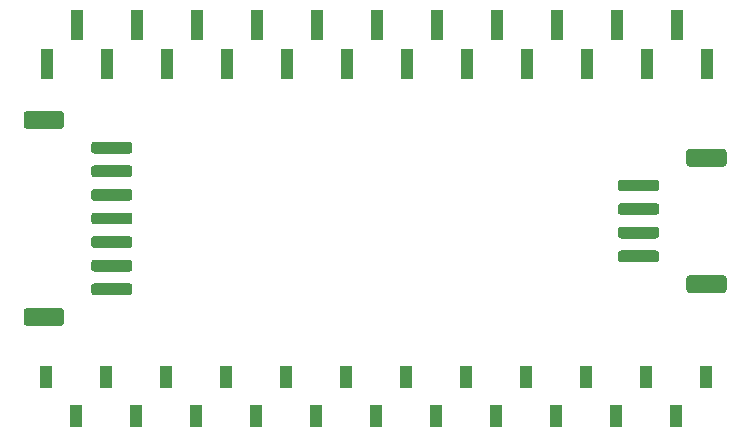
<source format=gbr>
%TF.GenerationSoftware,KiCad,Pcbnew,(5.1.10-1-10_14)*%
%TF.CreationDate,2021-06-10T15:38:12+08:00*%
%TF.ProjectId,ultrasonic,756c7472-6173-46f6-9e69-632e6b696361,rev?*%
%TF.SameCoordinates,Original*%
%TF.FileFunction,Paste,Top*%
%TF.FilePolarity,Positive*%
%FSLAX46Y46*%
G04 Gerber Fmt 4.6, Leading zero omitted, Abs format (unit mm)*
G04 Created by KiCad (PCBNEW (5.1.10-1-10_14)) date 2021-06-10 15:38:12*
%MOMM*%
%LPD*%
G01*
G04 APERTURE LIST*
%ADD10R,1.000000X1.900000*%
%ADD11R,1.000000X2.510000*%
G04 APERTURE END LIST*
D10*
%TO.C,J1*%
X108440000Y-124850000D03*
X103360000Y-124850000D03*
X98280000Y-124850000D03*
X93200000Y-124850000D03*
X88120000Y-124850000D03*
X83040000Y-124850000D03*
X77960000Y-124850000D03*
X72880000Y-124850000D03*
X67800000Y-124850000D03*
X62720000Y-124850000D03*
X57640000Y-124850000D03*
X52560000Y-124850000D03*
X105900000Y-128150000D03*
X100820000Y-128150000D03*
X95740000Y-128150000D03*
X90660000Y-128150000D03*
X85580000Y-128150000D03*
X80500000Y-128150000D03*
X75420000Y-128150000D03*
X70340000Y-128150000D03*
X65260000Y-128150000D03*
X60180000Y-128150000D03*
X55100000Y-128150000D03*
%TD*%
D11*
%TO.C,J2*%
X106000000Y-95045000D03*
X100920000Y-95045000D03*
X95840000Y-95045000D03*
X90760000Y-95045000D03*
X85680000Y-95045000D03*
X80600000Y-95045000D03*
X75520000Y-95045000D03*
X70440000Y-95045000D03*
X65360000Y-95045000D03*
X60280000Y-95045000D03*
X55200000Y-95045000D03*
X108540000Y-98355000D03*
X103460000Y-98355000D03*
X98380000Y-98355000D03*
X93300000Y-98355000D03*
X88220000Y-98355000D03*
X83140000Y-98355000D03*
X78060000Y-98355000D03*
X72980000Y-98355000D03*
X67900000Y-98355000D03*
X62820000Y-98355000D03*
X57740000Y-98355000D03*
X52660000Y-98355000D03*
%TD*%
%TO.C,J5*%
G36*
G01*
X109950000Y-107000000D02*
X107050000Y-107000000D01*
G75*
G02*
X106800000Y-106750000I0J250000D01*
G01*
X106800000Y-105750000D01*
G75*
G02*
X107050000Y-105500000I250000J0D01*
G01*
X109950000Y-105500000D01*
G75*
G02*
X110200000Y-105750000I0J-250000D01*
G01*
X110200000Y-106750000D01*
G75*
G02*
X109950000Y-107000000I-250000J0D01*
G01*
G37*
G36*
G01*
X109950000Y-117700000D02*
X107050000Y-117700000D01*
G75*
G02*
X106800000Y-117450000I0J250000D01*
G01*
X106800000Y-116450000D01*
G75*
G02*
X107050000Y-116200000I250000J0D01*
G01*
X109950000Y-116200000D01*
G75*
G02*
X110200000Y-116450000I0J-250000D01*
G01*
X110200000Y-117450000D01*
G75*
G02*
X109950000Y-117700000I-250000J0D01*
G01*
G37*
G36*
G01*
X104250000Y-109100000D02*
X101250000Y-109100000D01*
G75*
G02*
X101000000Y-108850000I0J250000D01*
G01*
X101000000Y-108350000D01*
G75*
G02*
X101250000Y-108100000I250000J0D01*
G01*
X104250000Y-108100000D01*
G75*
G02*
X104500000Y-108350000I0J-250000D01*
G01*
X104500000Y-108850000D01*
G75*
G02*
X104250000Y-109100000I-250000J0D01*
G01*
G37*
G36*
G01*
X104250000Y-111100000D02*
X101250000Y-111100000D01*
G75*
G02*
X101000000Y-110850000I0J250000D01*
G01*
X101000000Y-110350000D01*
G75*
G02*
X101250000Y-110100000I250000J0D01*
G01*
X104250000Y-110100000D01*
G75*
G02*
X104500000Y-110350000I0J-250000D01*
G01*
X104500000Y-110850000D01*
G75*
G02*
X104250000Y-111100000I-250000J0D01*
G01*
G37*
G36*
G01*
X104250000Y-113100000D02*
X101250000Y-113100000D01*
G75*
G02*
X101000000Y-112850000I0J250000D01*
G01*
X101000000Y-112350000D01*
G75*
G02*
X101250000Y-112100000I250000J0D01*
G01*
X104250000Y-112100000D01*
G75*
G02*
X104500000Y-112350000I0J-250000D01*
G01*
X104500000Y-112850000D01*
G75*
G02*
X104250000Y-113100000I-250000J0D01*
G01*
G37*
G36*
G01*
X104250000Y-115100000D02*
X101250000Y-115100000D01*
G75*
G02*
X101000000Y-114850000I0J250000D01*
G01*
X101000000Y-114350000D01*
G75*
G02*
X101250000Y-114100000I250000J0D01*
G01*
X104250000Y-114100000D01*
G75*
G02*
X104500000Y-114350000I0J-250000D01*
G01*
X104500000Y-114850000D01*
G75*
G02*
X104250000Y-115100000I-250000J0D01*
G01*
G37*
%TD*%
%TO.C,J3*%
G36*
G01*
X50950000Y-119000000D02*
X53850000Y-119000000D01*
G75*
G02*
X54100000Y-119250000I0J-250000D01*
G01*
X54100000Y-120250000D01*
G75*
G02*
X53850000Y-120500000I-250000J0D01*
G01*
X50950000Y-120500000D01*
G75*
G02*
X50700000Y-120250000I0J250000D01*
G01*
X50700000Y-119250000D01*
G75*
G02*
X50950000Y-119000000I250000J0D01*
G01*
G37*
G36*
G01*
X50950000Y-102300000D02*
X53850000Y-102300000D01*
G75*
G02*
X54100000Y-102550000I0J-250000D01*
G01*
X54100000Y-103550000D01*
G75*
G02*
X53850000Y-103800000I-250000J0D01*
G01*
X50950000Y-103800000D01*
G75*
G02*
X50700000Y-103550000I0J250000D01*
G01*
X50700000Y-102550000D01*
G75*
G02*
X50950000Y-102300000I250000J0D01*
G01*
G37*
G36*
G01*
X56650000Y-116900000D02*
X59650000Y-116900000D01*
G75*
G02*
X59900000Y-117150000I0J-250000D01*
G01*
X59900000Y-117650000D01*
G75*
G02*
X59650000Y-117900000I-250000J0D01*
G01*
X56650000Y-117900000D01*
G75*
G02*
X56400000Y-117650000I0J250000D01*
G01*
X56400000Y-117150000D01*
G75*
G02*
X56650000Y-116900000I250000J0D01*
G01*
G37*
G36*
G01*
X56650000Y-114900000D02*
X59650000Y-114900000D01*
G75*
G02*
X59900000Y-115150000I0J-250000D01*
G01*
X59900000Y-115650000D01*
G75*
G02*
X59650000Y-115900000I-250000J0D01*
G01*
X56650000Y-115900000D01*
G75*
G02*
X56400000Y-115650000I0J250000D01*
G01*
X56400000Y-115150000D01*
G75*
G02*
X56650000Y-114900000I250000J0D01*
G01*
G37*
G36*
G01*
X56650000Y-112900000D02*
X59650000Y-112900000D01*
G75*
G02*
X59900000Y-113150000I0J-250000D01*
G01*
X59900000Y-113650000D01*
G75*
G02*
X59650000Y-113900000I-250000J0D01*
G01*
X56650000Y-113900000D01*
G75*
G02*
X56400000Y-113650000I0J250000D01*
G01*
X56400000Y-113150000D01*
G75*
G02*
X56650000Y-112900000I250000J0D01*
G01*
G37*
G36*
G01*
X56650000Y-110900000D02*
X59650000Y-110900000D01*
G75*
G02*
X59900000Y-111150000I0J-250000D01*
G01*
X59900000Y-111650000D01*
G75*
G02*
X59650000Y-111900000I-250000J0D01*
G01*
X56650000Y-111900000D01*
G75*
G02*
X56400000Y-111650000I0J250000D01*
G01*
X56400000Y-111150000D01*
G75*
G02*
X56650000Y-110900000I250000J0D01*
G01*
G37*
G36*
G01*
X56650000Y-108900000D02*
X59650000Y-108900000D01*
G75*
G02*
X59900000Y-109150000I0J-250000D01*
G01*
X59900000Y-109650000D01*
G75*
G02*
X59650000Y-109900000I-250000J0D01*
G01*
X56650000Y-109900000D01*
G75*
G02*
X56400000Y-109650000I0J250000D01*
G01*
X56400000Y-109150000D01*
G75*
G02*
X56650000Y-108900000I250000J0D01*
G01*
G37*
G36*
G01*
X56650000Y-106900000D02*
X59650000Y-106900000D01*
G75*
G02*
X59900000Y-107150000I0J-250000D01*
G01*
X59900000Y-107650000D01*
G75*
G02*
X59650000Y-107900000I-250000J0D01*
G01*
X56650000Y-107900000D01*
G75*
G02*
X56400000Y-107650000I0J250000D01*
G01*
X56400000Y-107150000D01*
G75*
G02*
X56650000Y-106900000I250000J0D01*
G01*
G37*
G36*
G01*
X56650000Y-104900000D02*
X59650000Y-104900000D01*
G75*
G02*
X59900000Y-105150000I0J-250000D01*
G01*
X59900000Y-105650000D01*
G75*
G02*
X59650000Y-105900000I-250000J0D01*
G01*
X56650000Y-105900000D01*
G75*
G02*
X56400000Y-105650000I0J250000D01*
G01*
X56400000Y-105150000D01*
G75*
G02*
X56650000Y-104900000I250000J0D01*
G01*
G37*
%TD*%
M02*

</source>
